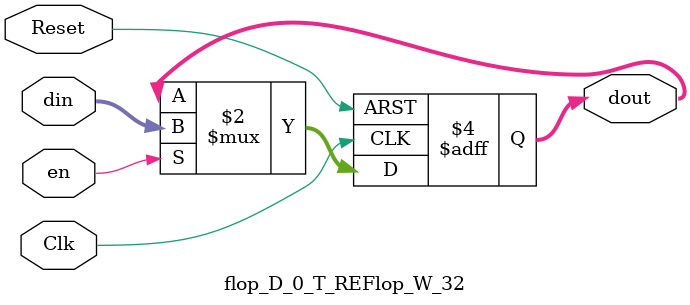
<source format=sv>

/* *****************************************************************************
 * File: flop.vp
 * 
 * Description:
 * Genesis2 flip-flop generator.
 * 
 * Required Genesis2 Controlable Parameters:
 * * Type		- Constant, Flop, RFlop, EFlop, or REFlop
 * * Width		- integer value specifying register width
 * * Default		- default value for the flop 
 *			 (only applies when flop_type=constant|rflop|reflop)
 * * SyncMode		- Sync or ASync flop * Change bar:
 * 
 * 
 * -----------
 * Date          Author   Description
 * Mar 30, 2010  shacham  init version  --  
 * May 20, 2014  jingpu   Add Async mode, change to active low reset
 * Feb 20, 2018  ajcars   Change back to active high reset 
 * ****************************************************************************/


/*******************************************************************************
 * REQUIRED PARAMETERIZATION
 ******************************************************************************/
// Type (_GENESIS2_INHERITANCE_PRIORITY_) = REFlop
//
// Default (_GENESIS2_INHERITANCE_PRIORITY_) = 0
//
// Width (_GENESIS2_INHERITANCE_PRIORITY_) = 32
//
// SyncMode (_GENESIS2_DECLARATION_PRIORITY_) = ASync
//

module flop_D_0_T_REFlop_W_32(
	       //inputs
	       input 		   Clk,
	       input [31:0]  din,
	       input 		   Reset,
	       input 		   en,

	       //outputs
	       output reg [31:0] dout
	       );




   
   always_ff @(posedge Clk or posedge Reset) begin
      if (Reset) 
	dout <= 32'h0;
      else if (en)
	dout <= din;
   end

endmodule

</source>
